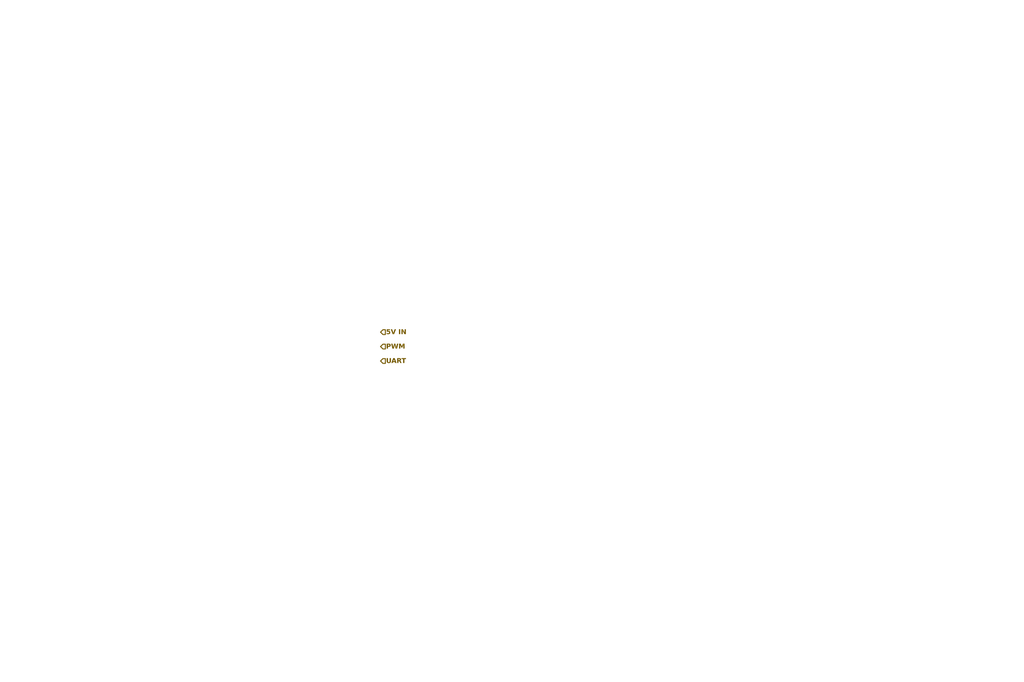
<source format=kicad_sch>
(kicad_sch
	(version 20240101)
	(generator "eeschema")
	(generator_version "8.99")
	(uuid "f75755cd-d3a3-49d5-ad03-a57362207b81")
	(paper "User" 270 180)
	(lib_symbols)
	(hierarchical_label "UART"
		(shape input)
		(at 100.33 95.25 0)
		(fields_autoplaced yes)
		(effects
			(font
				(face "JetBrains Mono")
				(size 1.27 1.27)
				(thickness 0.254)
				(bold yes)
			)
			(justify left)
		)
		(uuid "394fcd60-850c-40aa-955c-f729fffd32a8")
	)
	(hierarchical_label "PWM"
		(shape input)
		(at 100.33 91.44 0)
		(fields_autoplaced yes)
		(effects
			(font
				(face "JetBrains Mono")
				(size 1.27 1.27)
				(thickness 0.254)
				(bold yes)
			)
			(justify left)
		)
		(uuid "3fb6119d-a7dd-4adb-a18f-e9d92a6aca55")
	)
	(hierarchical_label "5V IN"
		(shape input)
		(at 100.33 87.63 0)
		(fields_autoplaced yes)
		(effects
			(font
				(face "JetBrains Mono")
				(size 1.27 1.27)
				(thickness 0.254)
				(bold yes)
			)
			(justify left)
		)
		(uuid "ad320615-112b-4124-a335-9fb958dafdd8")
	)
)
</source>
